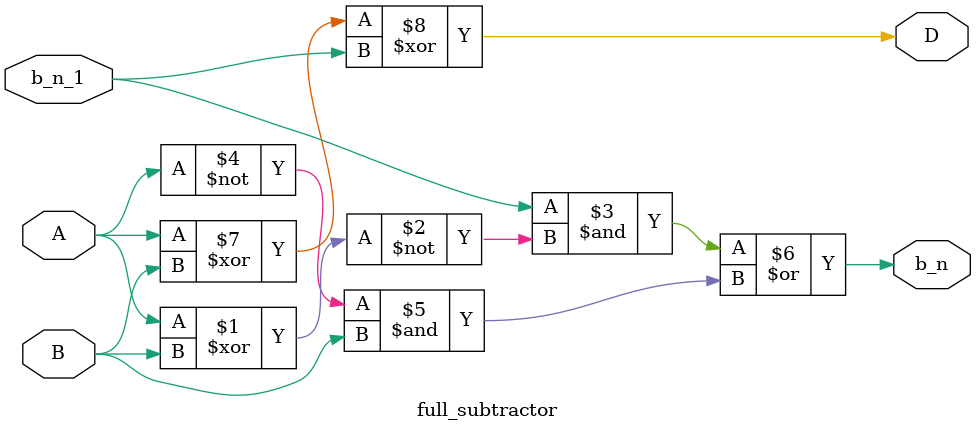
<source format=v>
`timescale 1ns / 1ps

module full_subtractor(A, B, b_n_1, D, b_n);
    input A, B, b_n_1;
    output D, b_n;

    assign b_n = (b_n_1&(~(A^B)))|((~A)&B);
    assign D = A^B^b_n_1;
endmodule

</source>
